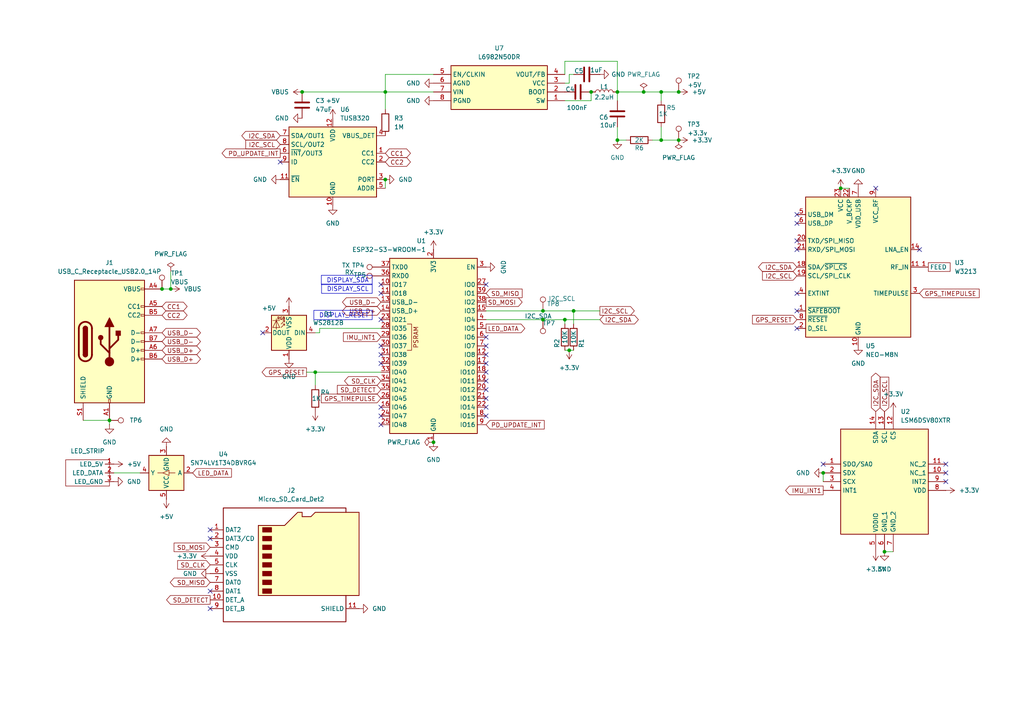
<source format=kicad_sch>
(kicad_sch (version 20250114) (generator "eeschema") (generator_version "9.0")
  (paper "A4")
  (title_block (date "2026-03-07") (rev "r1"))
  (lib_symbols
    (symbol "Connector:Micro_SD_Card_Det2"
      (property "Reference" "J" (at -16.51 17.78 0))
      (property "Value" "Micro_SD_Card_Det2" (at 16.51 17.78 0))
      (symbol "Micro_SD_Card_Det2_0_1"
        (polyline (pts (xy -8.89 -8.89) (xy -8.89 11.43) (xy -1.27 11.43) (xy 2.54 15.24) (xy 3.81 15.24) (xy 3.81 13.97) (xy 6.35 13.97) (xy 7.62 15.24) (xy 20.32 15.24) (xy 20.32 -8.89) (xy -8.89 -8.89)) (stroke (width 0.254)) (fill (type background)))
        (rectangle (start -7.62 10.795) (end -5.08 9.525) (stroke (width 0.254)) (fill (type outline)))
        (rectangle (start -7.62 8.255) (end -5.08 6.985) (stroke (width 0.254)) (fill (type outline)))
        (rectangle (start -7.62 5.715) (end -5.08 4.445) (stroke (width 0.254)) (fill (type outline)))
        (rectangle (start -7.62 3.175) (end -5.08 1.905) (stroke (width 0.254)) (fill (type outline)))
        (rectangle (start -7.62 0.635) (end -5.08 -0.635) (stroke (width 0.254)) (fill (type outline)))
        (rectangle (start -7.62 -1.905) (end -5.08 -3.175) (stroke (width 0.254)) (fill (type outline)))
        (rectangle (start -7.62 -4.445) (end -5.08 -5.715) (stroke (width 0.254)) (fill (type outline)))
        (rectangle (start -7.62 -6.985) (end -5.08 -8.255) (stroke (width 0.254)) (fill (type outline)))
        (polyline (pts (xy 16.51 15.24) (xy 16.51 16.51) (xy -19.05 16.51) (xy -19.05 -16.51) (xy 16.51 -16.51) (xy 16.51 -8.89)) (stroke (width 0.254)))
      )
      (symbol "Micro_SD_Card_Det2_1_1"
        (pin bidirectional line (at -22.86 10.16 0) (length 3.81) (name "DAT2") (number "1"))
        (pin bidirectional line (at -22.86 7.62 0) (length 3.81) (name "DAT3/CD") (number "2"))
        (pin input line (at -22.86 5.08 0) (length 3.81) (name "CMD") (number "3"))
        (pin power_in line (at -22.86 2.54 0) (length 3.81) (name "VDD") (number "4"))
        (pin input line (at -22.86 0 0) (length 3.81) (name "CLK") (number "5"))
        (pin power_in line (at -22.86 -2.54 0) (length 3.81) (name "VSS") (number "6"))
        (pin bidirectional line (at -22.86 -5.08 0) (length 3.81) (name "DAT0") (number "7"))
        (pin bidirectional line (at -22.86 -7.62 0) (length 3.81) (name "DAT1") (number "8"))
        (pin passive line (at -22.86 -10.16 0) (length 3.81) (name "DET_A") (number "10"))
        (pin passive line (at -22.86 -12.7 0) (length 3.81) (name "DET_B") (number "9"))
        (pin passive line (at 20.32 -12.7 180) (length 3.81) (name "SHIELD") (number "11"))
      )
    )
    (symbol "Connector:TestPoint" (pin_numbers (hide yes)) (pin_names (offset 0.762) (hide yes))
      (property "Reference" "TP" (at 0 6.858 0))
      (property "Value" "TestPoint" (at 0 5.08 0))
      (symbol "TestPoint_0_1"
        (circle (center 0 3.302) (radius 0.762))
      )
      (symbol "TestPoint_1_1"
        (pin passive line (at 0 0 90) (length 2.54) (name "1") (number "1"))
      )
    )
    (symbol "Connector:USB_C_Receptacle_USB2.0_14P" (pin_names (offset 1.016))
      (property "Reference" "J" (at 0 22.225 0))
      (property "Value" "USB_C_Receptacle_USB2.0_14P" (at 0 19.685 0))
      (symbol "USB_C_Receptacle_USB2.0_14P_0_0"
        (rectangle (start -0.254 -17.78) (end 0.254 -16.764))
        (rectangle (start 10.16 15.494) (end 9.144 14.986))
        (rectangle (start 10.16 10.414) (end 9.144 9.906))
        (rectangle (start 10.16 7.874) (end 9.144 7.366))
        (rectangle (start 10.16 2.794) (end 9.144 2.286))
        (rectangle (start 10.16 0.254) (end 9.144 -0.254))
        (rectangle (start 10.16 -2.286) (end 9.144 -2.794))
        (rectangle (start 10.16 -4.826) (end 9.144 -5.334))
      )
      (symbol "USB_C_Receptacle_USB2.0_14P_0_1"
        (rectangle (start -10.16 17.78) (end 10.16 -17.78) (stroke (width 0.254)) (fill (type background)))
        (polyline (pts (xy -8.89 -3.81) (xy -8.89 3.81)) (stroke (width 0.508)))
        (rectangle (start -7.62 -3.81) (end -6.35 3.81) (stroke (width 0.254)) (fill (type outline)))
        (arc (start -7.62 3.81) (mid -6.985 4.4423) (end -6.35 3.81) (stroke (width 0.254)))
        (arc (start -7.62 3.81) (mid -6.985 4.4423) (end -6.35 3.81) (stroke (width 0.254)) (fill (type outline)))
        (arc (start -8.89 3.81) (mid -6.985 5.7067) (end -5.08 3.81) (stroke (width 0.508)))
        (arc (start -5.08 -3.81) (mid -6.985 -5.7067) (end -8.89 -3.81) (stroke (width 0.508)))
        (arc (start -6.35 -3.81) (mid -6.985 -4.4423) (end -7.62 -3.81) (stroke (width 0.254)))
        (arc (start -6.35 -3.81) (mid -6.985 -4.4423) (end -7.62 -3.81) (stroke (width 0.254)) (fill (type outline)))
        (polyline (pts (xy -5.08 3.81) (xy -5.08 -3.81)) (stroke (width 0.508)))
        (circle (center -2.54 1.143) (radius 0.635) (stroke (width 0.254)) (fill (type outline)))
        (polyline (pts (xy -1.27 4.318) (xy 0 6.858) (xy 1.27 4.318) (xy -1.27 4.318)) (stroke (width 0.254)) (fill (type outline)))
        (polyline (pts (xy 0 -2.032) (xy 2.54 0.508) (xy 2.54 1.778)) (stroke (width 0.508)))
        (polyline (pts (xy 0 -3.302) (xy -2.54 -0.762) (xy -2.54 0.508)) (stroke (width 0.508)))
        (polyline (pts (xy 0 -5.842) (xy 0 4.318)) (stroke (width 0.508)))
        (circle (center 0 -5.842) (radius 1.27) (fill (type outline)))
        (rectangle (start 1.905 1.778) (end 3.175 3.048) (stroke (width 0.254)) (fill (type outline)))
      )
      (symbol "USB_C_Receptacle_USB2.0_14P_1_1"
        (pin passive line (at -7.62 -22.86 90) (length 5.08) (name "SHIELD") (number "S1"))
        (pin passive line (at 0 -22.86 90) (length 5.08) (name "GND") (number "A1"))
        (pin passive line (at 0 -22.86 90) (length 5.08) (hide yes) (name "GND") (number "A12"))
        (pin passive line (at 0 -22.86 90) (length 5.08) (hide yes) (name "GND") (number "B1"))
        (pin passive line (at 0 -22.86 90) (length 5.08) (hide yes) (name "GND") (number "B12"))
        (pin passive line (at 15.24 15.24 180) (length 5.08) (name "VBUS") (number "A4"))
        (pin passive line (at 15.24 15.24 180) (length 5.08) (hide yes) (name "VBUS") (number "A9"))
        (pin passive line (at 15.24 15.24 180) (length 5.08) (hide yes) (name "VBUS") (number "B4"))
        (pin passive line (at 15.24 15.24 180) (length 5.08) (hide yes) (name "VBUS") (number "B9"))
        (pin bidirectional line (at 15.24 10.16 180) (length 5.08) (name "CC1") (number "A5"))
        (pin bidirectional line (at 15.24 7.62 180) (length 5.08) (name "CC2") (number "B5"))
        (pin bidirectional line (at 15.24 2.54 180) (length 5.08) (name "D-") (number "A7"))
        (pin bidirectional line (at 15.24 0 180) (length 5.08) (name "D-") (number "B7"))
        (pin bidirectional line (at 15.24 -2.54 180) (length 5.08) (name "D+") (number "A6"))
        (pin bidirectional line (at 15.24 -5.08 180) (length 5.08) (name "D+") (number "B6"))
      )
    )
    (symbol "Device:C" (pin_numbers (hide yes)) (pin_names (offset 0.254))
      (property "Reference" "C" (at 0.635 2.54 0))
      (property "Value" "C" (at 0.635 -2.54 0))
      (symbol "C_0_1"
        (polyline (pts (xy -2.032 0.762) (xy 2.032 0.762)) (stroke (width 0.508)))
        (polyline (pts (xy -2.032 -0.762) (xy 2.032 -0.762)) (stroke (width 0.508)))
      )
      (symbol "C_1_1"
        (pin passive line (at 0 3.81 270) (length 2.794) (name "~") (number "1"))
        (pin passive line (at 0 -3.81 90) (length 2.794) (name "~") (number "2"))
      )
    )
    (symbol "Device:L" (pin_numbers (hide yes)) (pin_names (offset 1.016) (hide yes))
      (property "Reference" "L" (at -1.27 0 90))
      (property "Value" "L" (at 1.905 0 90))
      (symbol "L_0_1"
        (arc (start 0 2.54) (mid 0.6323 1.905) (end 0 1.27))
        (arc (start 0 1.27) (mid 0.6323 0.635) (end 0 0))
        (arc (start 0 0) (mid 0.6323 -0.635) (end 0 -1.27))
        (arc (start 0 -1.27) (mid 0.6323 -1.905) (end 0 -2.54))
      )
      (symbol "L_1_1"
        (pin passive line (at 0 3.81 270) (length 1.27) (name "1") (number "1"))
        (pin passive line (at 0 -3.81 90) (length 1.27) (name "2") (number "2"))
      )
    )
    (symbol "Device:R" (pin_numbers (hide yes)) (pin_names (offset 0))
      (property "Reference" "R" (at 2.032 0 90))
      (property "Value" "R" (at 0 0 90))
      (symbol "R_0_1"
        (rectangle (start -1.016 -2.54) (end 1.016 2.54) (stroke (width 0.254)))
      )
      (symbol "R_1_1"
        (pin passive line (at 0 3.81 270) (length 1.27) (name "~") (number "1"))
        (pin passive line (at 0 -3.81 90) (length 1.27) (name "~") (number "2"))
      )
    )
    (symbol "Interface_USB:TUSB320"
      (property "Reference" "U" (at -11.43 11.43 0))
      (property "Value" "TUSB320" (at 7.62 11.43 0))
      (symbol "TUSB320_0_1"
        (rectangle (start -12.7 10.16) (end 12.7 -10.16) (stroke (width 0.254)) (fill (type background)))
      )
      (symbol "TUSB320_1_1"
        (pin bidirectional line (at -15.24 7.62 0) (length 2.54) (name "SDA/OUT1") (number "7"))
        (pin bidirectional line (at -15.24 5.08 0) (length 2.54) (name "SCL/OUT2") (number "8"))
        (pin open_collector line (at -15.24 2.54 0) (length 2.54) (name "~{INT}/OUT3") (number "6"))
        (pin open_collector line (at -15.24 0 0) (length 2.54) (name "ID") (number "9"))
        (pin input line (at -15.24 -5.08 0) (length 2.54) (name "~{EN}") (number "11"))
        (pin power_in line (at 0 12.7 270) (length 2.54) (name "VDD") (number "12"))
        (pin power_in line (at 0 -12.7 90) (length 2.54) (name "GND") (number "10"))
        (pin input line (at 15.24 7.62 180) (length 2.54) (name "VBUS_DET") (number "4"))
        (pin bidirectional line (at 15.24 2.54 180) (length 2.54) (name "CC1") (number "1"))
        (pin bidirectional line (at 15.24 0 180) (length 2.54) (name "CC2") (number "2"))
        (pin input line (at 15.24 -5.08 180) (length 2.54) (name "PORT") (number "3"))
        (pin input line (at 15.24 -7.62 180) (length 2.54) (name "ADDR") (number "5"))
      )
    )
    (symbol "L6982N50DR:L6982N50DR"
      (property "Reference" "IC" (at 34.29 7.62 0))
      (property "Value" "L6982N50DR" (at 34.29 5.08 0))
      (symbol "L6982N50DR_1_1"
        (rectangle (start 5.08 2.54) (end 33.02 -10.16) (stroke (width 0.254)) (fill (type background)))
        (pin passive line (at 0 0 0) (length 5.08) (name "SW") (number "1"))
        (pin passive line (at 0 -2.54 0) (length 5.08) (name "BOOT") (number "2"))
        (pin passive line (at 0 -5.08 0) (length 5.08) (name "VCC") (number "3"))
        (pin passive line (at 0 -7.62 0) (length 5.08) (name "VOUT/FB") (number "4"))
        (pin passive line (at 38.1 0 180) (length 5.08) (name "PGND") (number "8"))
        (pin passive line (at 38.1 -2.54 180) (length 5.08) (name "VIN") (number "7"))
        (pin passive line (at 38.1 -5.08 180) (length 5.08) (name "AGND") (number "6"))
        (pin passive line (at 38.1 -7.62 180) (length 5.08) (name "EN/CLKIN") (number "5"))
      )
    )
    (symbol "LED:WS2812B" (pin_names (offset 0.254))
      (property "Reference" "D" (at 5.08 5.715 0))
      (property "Value" "WS2812B" (at 1.27 -5.715 0))
      (symbol "WS2812B_0_0"
        (text "RGB" (at 2.286 -4.191 0) (effects (font (size 0.762 0.762))))
      )
      (symbol "WS2812B_0_1"
        (polyline (pts (xy 1.27 -2.54) (xy 1.778 -2.54)))
        (polyline (pts (xy 1.27 -3.556) (xy 1.778 -3.556)))
        (polyline (pts (xy 2.286 -1.524) (xy 1.27 -2.54) (xy 1.27 -2.032)))
        (polyline (pts (xy 2.286 -2.54) (xy 1.27 -3.556) (xy 1.27 -3.048)))
        (polyline (pts (xy 3.683 -1.016) (xy 3.683 -3.556) (xy 3.683 -4.064)))
        (polyline (pts (xy 4.699 -1.524) (xy 2.667 -1.524) (xy 3.683 -3.556) (xy 4.699 -1.524)))
        (polyline (pts (xy 4.699 -3.556) (xy 2.667 -3.556)))
        (rectangle (start 5.08 5.08) (end -5.08 -5.08) (stroke (width 0.254)) (fill (type background)))
      )
      (symbol "WS2812B_1_1"
        (pin input line (at -7.62 0 0) (length 2.54) (name "DIN") (number "4"))
        (pin power_in line (at 0 7.62 270) (length 2.54) (name "VDD") (number "1"))
        (pin power_in line (at 0 -7.62 90) (length 2.54) (name "VSS") (number "3"))
        (pin output line (at 7.62 0 180) (length 2.54) (name "DOUT") (number "2"))
      )
    )
    (symbol "LSM6DSV80XTR:LSM6DSV80XTR"
      (property "Reference" "IC" (at 31.75 15.24 0))
      (property "Value" "LSM6DSV80XTR" (at 31.75 12.7 0))
      (symbol "LSM6DSV80XTR_1_1"
        (rectangle (start 5.08 10.16) (end 30.48 -20.32) (stroke (width 0.254)) (fill (type background)))
        (pin passive line (at 0 0 0) (length 5.08) (name "SDO/SA0") (number "1"))
        (pin passive line (at 0 -2.54 0) (length 5.08) (name "SDX") (number "2"))
        (pin passive line (at 0 -5.08 0) (length 5.08) (name "SCX") (number "3"))
        (pin passive line (at 0 -7.62 0) (length 5.08) (name "INT1") (number "4"))
        (pin passive line (at 15.24 15.24 270) (length 5.08) (name "SDA") (number "14"))
        (pin passive line (at 15.24 -25.4 90) (length 5.08) (name "VDDIO") (number "5"))
        (pin passive line (at 17.78 15.24 270) (length 5.08) (name "SCL") (number "13"))
        (pin passive line (at 17.78 -25.4 90) (length 5.08) (name "GND_1") (number "6"))
        (pin passive line (at 20.32 15.24 270) (length 5.08) (name "CS") (number "12"))
        (pin passive line (at 20.32 -25.4 90) (length 5.08) (name "GND_2") (number "7"))
        (pin passive line (at 35.56 0 180) (length 5.08) (name "NC_2") (number "11"))
        (pin passive line (at 35.56 -2.54 180) (length 5.08) (name "NC_1") (number "10"))
        (pin passive line (at 35.56 -5.08 180) (length 5.08) (name "INT2") (number "9"))
        (pin passive line (at 35.56 -7.62 180) (length 5.08) (name "VDD") (number "8"))
      )
    )
    (symbol "Logic_LevelTranslator:SN74LV1T34DBV"
      (property "Reference" "U" (at 5.08 6.35 0))
      (property "Value" "SN74LV1T34DBV" (at 5.08 3.81 0))
      (symbol "SN74LV1T34DBV_0_1"
        (rectangle (start -5.08 5.08) (end 5.08 -5.08) (stroke (width 0.254)) (fill (type background)))
        (polyline (pts (xy -0.762 0) (xy -2.54 0)))
        (polyline (pts (xy 1.016 0) (xy 2.54 0)))
      )
      (symbol "SN74LV1T34DBV_1_1"
        (polyline (pts (xy -0.762 -0.762) (xy -0.762 0.762) (xy 1.016 0) (xy -0.762 -0.762)))
        (pin input line (at -7.62 0 0) (length 2.54) (name "A") (number "2"))
        (pin no_connect line (at -5.08 2.54 0) (length 2.54) (hide yes) (name "NC") (number "1"))
        (pin power_in line (at 0 7.62 270) (length 2.54) (name "VCC") (number "5"))
        (pin power_in line (at 0 -7.62 90) (length 2.54) (name "GND") (number "3"))
        (pin output line (at 7.62 0 180) (length 2.54) (name "Y") (number "4"))
      )
    )
    (symbol "RF_GPS:NEO-M8N"
      (property "Reference" "U" (at -13.97 21.59 0))
      (property "Value" "NEO-M8N" (at 11.43 21.59 0))
      (symbol "NEO-M8N_0_1"
        (rectangle (start -15.24 20.32) (end 15.24 -20.32) (stroke (width 0.254)) (fill (type background)))
      )
      (symbol "NEO-M8N_1_1"
        (pin bidirectional line (at -17.78 15.24 0) (length 2.54) (name "USB_DM") (number "5"))
        (pin bidirectional line (at -17.78 12.7 0) (length 2.54) (name "USB_DP") (number "6"))
        (pin output line (at -17.78 7.62 0) (length 2.54) (name "TXD/SPI_MISO") (number "20"))
        (pin input line (at -17.78 5.08 0) (length 2.54) (name "RXD/SPI_MOSI") (number "21"))
        (pin bidirectional line (at -17.78 0 0) (length 2.54) (name "SDA/~{SPI_CS}") (number "18"))
        (pin input line (at -17.78 -2.54 0) (length 2.54) (name "SCL/SPI_CLK") (number "19"))
        (pin input line (at -17.78 -7.62 0) (length 2.54) (name "EXTINT") (number "4"))
        (pin input line (at -17.78 -12.7 0) (length 2.54) (name "~{SAFEBOOT}") (number "1"))
        (pin input line (at -17.78 -15.24 0) (length 2.54) (name "~{RESET}") (number "8"))
        (pin input line (at -17.78 -17.78 0) (length 2.54) (name "D_SEL") (number "2"))
        (pin power_in line (at -5.08 22.86 270) (length 2.54) (name "VCC") (number "23"))
        (pin power_in line (at -2.54 22.86 270) (length 2.54) (name "V_BCKP") (number "22"))
        (pin power_in line (at 0 22.86 270) (length 2.54) (name "VDD_USB") (number "7"))
        (pin power_in line (at 0 -22.86 90) (length 2.54) (name "GND") (number "10"))
        (pin passive line (at 0 -22.86 90) (length 2.54) (hide yes) (name "GND") (number "12"))
        (pin passive line (at 0 -22.86 90) (length 2.54) (hide yes) (name "GND") (number "13"))
        (pin passive line (at 0 -22.86 90) (length 2.54) (hide yes) (name "GND") (number "24"))
        (pin power_out line (at 5.08 22.86 270) (length 2.54) (name "VCC_RF") (number "9"))
        (pin no_connect line (at 15.24 -10.16 180) (length 2.54) (hide yes) (name "RESERVED") (number "15"))
        (pin no_connect line (at 15.24 -12.7 180) (length 2.54) (hide yes) (name "RESERVED") (number "16"))
        (pin no_connect line (at 15.24 -15.24 180) (length 2.54) (hide yes) (name "RESERVED") (number "17"))
        (pin output line (at 17.78 5.08 180) (length 2.54) (name "LNA_EN") (number "14"))
        (pin input line (at 17.78 0 180) (length 2.54) (name "RF_IN") (number "11"))
        (pin output line (at 17.78 -7.62 180) (length 2.54) (name "TIMEPULSE") (number "3"))
      )
    )
    (symbol "RF_Module:ESP32-S3-WROOM-1"
      (property "Reference" "U" (at -12.7 26.67 0))
      (property "Value" "ESP32-S3-WROOM-1" (at 12.7 26.67 0))
      (symbol "ESP32-S3-WROOM-1_0_0"
        (rectangle (start -12.7 25.4) (end 12.7 -25.4) (stroke (width 0.254)) (fill (type background)))
        (text "PSRAM" (at 5.08 2.54 900) (effects (font (size 1.27 1.27))))
      )
      (symbol "ESP32-S3-WROOM-1_0_1"
        (polyline (pts (xy 7.62 -1.27) (xy 6.35 -1.27) (xy 6.35 6.35) (xy 7.62 6.35)))
      )
      (symbol "ESP32-S3-WROOM-1_1_1"
        (pin input line (at -15.24 22.86 0) (length 2.54) (name "EN") (number "3"))
        (pin bidirectional line (at -15.24 17.78 0) (length 2.54) (name "IO0") (number "27"))
        (pin bidirectional line (at -15.24 15.24 0) (length 2.54) (name "IO1") (number "39"))
        (pin bidirectional line (at -15.24 12.7 0) (length 2.54) (name "IO2") (number "38"))
        (pin bidirectional line (at -15.24 10.16 0) (length 2.54) (name "IO3") (number "15"))
        (pin bidirectional line (at -15.24 7.62 0) (length 2.54) (name "IO4") (number "4"))
        (pin bidirectional line (at -15.24 5.08 0) (length 2.54) (name "IO5") (number "5"))
        (pin bidirectional line (at -15.24 2.54 0) (length 2.54) (name "IO6") (number "6"))
        (pin bidirectional line (at -15.24 0 0) (length 2.54) (name "IO7") (number "7"))
        (pin bidirectional line (at -15.24 -2.54 0) (length 2.54) (name "IO8") (number "12"))
        (pin bidirectional line (at -15.24 -5.08 0) (length 2.54) (name "IO9") (number "17"))
        (pin bidirectional line (at -15.24 -7.62 0) (length 2.54) (name "IO10") (number "18"))
        (pin bidirectional line (at -15.24 -10.16 0) (length 2.54) (name "IO11") (number "19"))
        (pin bidirectional line (at -15.24 -12.7 0) (length 2.54) (name "IO12") (number "20"))
        (pin bidirectional line (at -15.24 -15.24 0) (length 2.54) (name "IO13") (number "21"))
        (pin bidirectional line (at -15.24 -17.78 0) (length 2.54) (name "IO14") (number "22"))
        (pin bidirectional line (at -15.24 -20.32 0) (length 2.54) (name "IO15") (number "8"))
        (pin bidirectional line (at -15.24 -22.86 0) (length 2.54) (name "IO16") (number "9"))
        (pin power_in line (at 0 27.94 270) (length 2.54) (name "3V3") (number "2"))
        (pin power_in line (at 0 -27.94 90) (length 2.54) (name "GND") (number "1"))
        (pin passive line (at 0 -27.94 90) (length 2.54) (hide yes) (name "GND") (number "40"))
        (pin passive line (at 0 -27.94 90) (length 2.54) (hide yes) (name "GND") (number "41"))
        (pin bidirectional line (at 15.24 22.86 180) (length 2.54) (name "TXD0") (number "37"))
        (pin bidirectional line (at 15.24 20.32 180) (length 2.54) (name "RXD0") (number "36"))
        (pin bidirectional line (at 15.24 17.78 180) (length 2.54) (name "IO17") (number "10"))
        (pin bidirectional line (at 15.24 15.24 180) (length 2.54) (name "IO18") (number "11"))
        (pin bidirectional line (at 15.24 12.7 180) (length 2.54) (name "USB_D-") (number "13"))
        (pin bidirectional line (at 15.24 10.16 180) (length 2.54) (name "USB_D+") (number "14"))
        (pin bidirectional line (at 15.24 7.62 180) (length 2.54) (name "IO21") (number "23"))
        (pin bidirectional line (at 15.24 5.08 180) (length 2.54) (name "IO35") (number "28"))
        (pin bidirectional line (at 15.24 2.54 180) (length 2.54) (name "IO36") (number "29"))
        (pin bidirectional line (at 15.24 0 180) (length 2.54) (name "IO37") (number "30"))
        (pin bidirectional line (at 15.24 -2.54 180) (length 2.54) (name "IO38") (number "31"))
        (pin bidirectional line (at 15.24 -5.08 180) (length 2.54) (name "IO39") (number "32"))
        (pin bidirectional line (at 15.24 -7.62 180) (length 2.54) (name "IO40") (number "33"))
        (pin bidirectional line (at 15.24 -10.16 180) (length 2.54) (name "IO41") (number "34"))
        (pin bidirectional line (at 15.24 -12.7 180) (length 2.54) (name "IO42") (number "35"))
        (pin bidirectional line (at 15.24 -15.24 180) (length 2.54) (name "IO45") (number "26"))
        (pin bidirectional line (at 15.24 -17.78 180) (length 2.54) (name "IO46") (number "16"))
        (pin bidirectional line (at 15.24 -20.32 180) (length 2.54) (name "IO47") (number "24"))
        (pin bidirectional line (at 15.24 -22.86 180) (length 2.54) (name "IO48") (number "25"))
      )
    )
    (symbol "chips:LED_STRIP"
      (symbol "LED_STRIP_0_1"
        (rectangle (start -1.27 -1.27) (end -13.97 -8.89))
      )
      (symbol "LED_STRIP_1_1"
        (pin power_in line (at 0 -2.54 180) (length 2.54) (name "LED_5V") (number "1"))
        (pin input line (at 0 -5.08 180) (length 2.54) (name "LED_DATA") (number "2"))
        (pin passive line (at 0 -7.62 180) (length 2.54) (name "LED_GND") (number "3"))
      )
    )
    (symbol "chips:W3213"
      (property "Reference" "U" (at 3.048 0.762 0))
      (symbol "W3213_0_1"
        (rectangle (start 0 0) (end 6.35 -2.54))
      )
      (symbol "W3213_1_1"
        (pin bidirectional line (at -2.54 -1.27 0) (length 2.54) (name "FEED") (number "1"))
      )
    )
    (symbol "power:+3.3V" (power) (pin_numbers (hide yes)) (pin_names (offset 0) (hide yes))
      (property "Value" "+3.3V" (at 0 3.556 0))
      (symbol "+3.3V_0_1"
        (polyline (pts (xy -0.762 1.27) (xy 0 2.54)))
        (polyline (pts (xy 0 2.54) (xy 0.762 1.27)))
        (polyline (pts (xy 0 0) (xy 0 2.54)))
      )
      (symbol "+3.3V_1_1"
        (pin power_in line (at 0 0 90) (length 0) (name "~") (number "1"))
      )
    )
    (symbol "power:+5V" (power) (pin_numbers (hide yes)) (pin_names (offset 0) (hide yes))
      (property "Value" "+5V" (at 0 3.556 0))
      (symbol "+5V_0_1"
        (polyline (pts (xy -0.762 1.27) (xy 0 2.54)))
        (polyline (pts (xy 0 2.54) (xy 0.762 1.27)))
        (polyline (pts (xy 0 0) (xy 0 2.54)))
      )
      (symbol "+5V_1_1"
        (pin power_in line (at 0 0 90) (length 0) (name "~") (number "1"))
      )
    )
    (symbol "power:GND" (power) (pin_numbers (hide yes)) (pin_names (offset 0) (hide yes))
      (property "Value" "GND" (at 0 -3.81 0))
      (symbol "GND_0_1"
        (polyline (pts (xy 0 0) (xy 0 -1.27) (xy 1.27 -1.27) (xy 0 -2.54) (xy -1.27 -1.27) (xy 0 -1.27)))
      )
      (symbol "GND_1_1"
        (pin power_in line (at 0 0 270) (length 0) (name "~") (number "1"))
      )
    )
    (symbol "power:PWR_FLAG" (power) (pin_numbers (hide yes)) (pin_names (offset 0) (hide yes))
      (property "Value" "PWR_FLAG" (at 0 3.81 0))
      (symbol "PWR_FLAG_0_0"
        (pin power_out line (at 0 0 90) (length 0) (name "~") (number "1"))
      )
      (symbol "PWR_FLAG_0_1"
        (polyline (pts (xy 0 0) (xy 0 1.27) (xy -1.016 1.905) (xy 0 2.54) (xy 1.016 1.905) (xy 0 1.27)))
      )
    )
    (symbol "power:VBUS" (power) (pin_numbers (hide yes)) (pin_names (offset 0) (hide yes))
      (property "Value" "VBUS" (at 0 3.556 0))
      (symbol "VBUS_0_1"
        (polyline (pts (xy -0.762 1.27) (xy 0 2.54)))
        (polyline (pts (xy 0 2.54) (xy 0.762 1.27)))
        (polyline (pts (xy 0 0) (xy 0 2.54)))
      )
      (symbol "VBUS_1_1"
        (pin power_in line (at 0 0 90) (length 0) (name "~") (number "1"))
      )
    )
  )
  (text_box "DISPLAY_RESET" (at 91.026 90.0105 0) (size 16.924 2.6995) (margins 0.9525 0.9525 0.9525 0.9525) (effects (font (size 1.27 1.27)) (justify right)))
  (text_box "DISPLAY_SDA" (at 93.203 79.8505 0) (size 14.747 2.6995) (margins 0.9525 0.9525 0.9525 0.9525) (effects (font (size 1.27 1.27)) (justify right)))
  (text_box "DISPLAY_SCL" (at 93.2635 82.3905 0) (size 14.6865 2.6995) (margins 0.9525 0.9525 0.9525 0.9525) (effects (font (size 1.27 1.27)) (justify right)))
  (junction (at 256.54 160.02))
  (junction (at 191.77 26.67))
  (junction (at 166.37 90.17))
  (junction (at 179.07 40.64))
  (junction (at 171.45 26.67))
  (junction (at 163.83 92.71))
  (junction (at 157.48 92.71))
  (junction (at 191.77 40.64))
  (junction (at 196.85 26.67))
  (junction (at 165.1 101.6))
  (junction (at 111.76 26.67))
  (junction (at 243.84 54.61))
  (junction (at 91.44 107.95))
  (junction (at 238.76 137.16))
  (junction (at 125.73 128.27))
  (junction (at 179.07 26.67))
  (junction (at 186.69 26.67))
  (junction (at 111.76 52.07))
  (junction (at 87.63 26.67))
  (junction (at 31.75 121.92))
  (junction (at 196.85 40.64))
  (junction (at 49.53 83.82))
  (junction (at 46.99 83.82))
  (junction (at 157.48 90.17))
  (no_connect (at 140.97 113.03))
  (no_connect (at 140.97 115.57))
  (no_connect (at 140.97 102.87))
  (no_connect (at 254 54.61))
  (no_connect (at 231.14 90.17))
  (no_connect (at 140.97 118.11))
  (no_connect (at 231.14 95.25))
  (no_connect (at 110.49 92.71))
  (no_connect (at 110.49 105.41))
  (no_connect (at 110.49 100.33))
  (no_connect (at 231.14 69.85))
  (no_connect (at 231.14 72.39))
  (no_connect (at 231.14 85.09))
  (no_connect (at 266.7 72.39))
  (no_connect (at 81.28 46.99))
  (no_connect (at 110.49 123.19))
  (no_connect (at 274.32 134.62))
  (no_connect (at 76.2 96.52))
  (no_connect (at 140.97 97.79))
  (no_connect (at 140.97 120.65))
  (no_connect (at 60.96 153.67))
  (no_connect (at 60.96 156.21))
  (no_connect (at 140.97 100.33))
  (no_connect (at 60.96 171.45))
  (no_connect (at 140.97 82.55))
  (no_connect (at 238.76 134.62))
  (no_connect (at 231.14 62.23))
  (no_connect (at 274.32 137.16))
  (no_connect (at 274.32 139.7))
  (no_connect (at 231.14 64.77))
  (no_connect (at 140.97 105.41))
  (no_connect (at 110.49 102.87))
  (no_connect (at 110.49 118.11))
  (no_connect (at 110.49 82.55))
  (no_connect (at 110.49 85.09))
  (no_connect (at 140.97 110.49))
  (no_connect (at 60.96 176.53))
  (no_connect (at 110.49 120.65))
  (no_connect (at 140.97 107.95))
  (wire (pts (xy 166.37 101.6) (xy 165.1 101.6)))
  (wire (pts (xy 166.37 93.98) (xy 166.37 90.17)))
  (wire (pts (xy 163.83 29.21) (xy 171.45 29.21)))
  (wire (pts (xy 87.63 26.67) (xy 111.76 26.67)))
  (wire (pts (xy 163.83 93.98) (xy 163.83 92.71)))
  (wire (pts (xy 140.97 90.17) (xy 157.48 90.17)))
  (wire (pts (xy 165.1 21.59) (xy 166.37 21.59)))
  (wire (pts (xy 256.54 160.02) (xy 259.08 160.02)))
  (wire (pts (xy 243.84 54.61) (xy 246.38 54.61)))
  (wire (pts (xy 165.1 101.6) (xy 163.83 101.6)))
  (wire (pts (xy 125.73 21.59) (xy 111.76 21.59)))
  (wire (pts (xy 92.71 95.25) (xy 110.49 95.25)))
  (wire (pts (xy 111.76 52.07) (xy 111.76 54.61)))
  (wire (pts (xy 191.77 26.67) (xy 186.69 26.67)))
  (wire (pts (xy 173.99 92.71) (xy 163.83 92.71)))
  (wire (pts (xy 163.83 24.13) (xy 165.1 24.13)))
  (wire (pts (xy 163.83 17.78) (xy 179.07 17.78)))
  (wire (pts (xy 91.44 107.95) (xy 110.49 107.95)))
  (wire (pts (xy 111.76 26.67) (xy 125.73 26.67)))
  (wire (pts (xy 24.13 121.92) (xy 31.75 121.92)))
  (wire (pts (xy 191.77 40.64) (xy 196.85 40.64)))
  (wire (pts (xy 92.71 95.25) (xy 92.71 96.52)))
  (wire (pts (xy 163.83 17.78) (xy 163.83 21.59)))
  (wire (pts (xy 196.85 26.67) (xy 191.77 26.67)))
  (wire (pts (xy 49.53 83.82) (xy 46.99 83.82)))
  (wire (pts (xy 179.07 40.64) (xy 179.07 36.83)))
  (wire (pts (xy 49.53 78.74) (xy 49.53 83.82)))
  (wire (pts (xy 238.76 137.16) (xy 238.76 139.7)))
  (wire (pts (xy 166.37 90.17) (xy 157.48 90.17)))
  (wire (pts (xy 140.97 92.71) (xy 157.48 92.71)))
  (wire (pts (xy 31.75 121.92) (xy 31.75 123.19)))
  (wire (pts (xy 191.77 29.21) (xy 191.77 26.67)))
  (wire (pts (xy 111.76 21.59) (xy 111.76 26.67)))
  (wire (pts (xy 173.99 90.17) (xy 166.37 90.17)))
  (wire (pts (xy 165.1 24.13) (xy 165.1 21.59)))
  (wire (pts (xy 171.45 29.21) (xy 171.45 26.67)))
  (wire (pts (xy 189.23 40.64) (xy 191.77 40.64)))
  (wire (pts (xy 179.07 26.67) (xy 186.69 26.67)))
  (wire (pts (xy 91.44 107.95) (xy 91.44 111.76)))
  (wire (pts (xy 111.76 26.67) (xy 111.76 31.75)))
  (wire (pts (xy 179.07 29.21) (xy 179.07 26.67)))
  (wire (pts (xy 163.83 92.71) (xy 157.48 92.71)))
  (wire (pts (xy 179.07 17.78) (xy 179.07 26.67)))
  (wire (pts (xy 92.71 96.52) (xy 91.44 96.52)))
  (wire (pts (xy 191.77 36.83) (xy 191.77 40.64)))
  (wire (pts (xy 181.61 40.64) (xy 179.07 40.64)))
  (wire (pts (xy 88.9 107.95) (xy 91.44 107.95)))
  (wire (pts (xy 33.02 137.16) (xy 40.64 137.16)))
  (global_label "CC1" (shape bidirectional) (at 111.76 44.45 0) (property "Intersheetrefs" "${INTERSHEET_REFS}" (effects (hide yes))))
  (global_label "USB_D+" (shape bidirectional) (at 46.99 101.6 0) (property "Intersheetrefs" "${INTERSHEET_REFS}" (effects (hide yes))))
  (global_label "IMU_INT1" (shape output) (at 238.76 142.24 180) (property "Intersheetrefs" "${INTERSHEET_REFS}" (effects (hide yes))))
  (global_label "SD_CLK" (shape input) (at 60.96 163.83 180) (property "Intersheetrefs" "${INTERSHEET_REFS}" (effects (hide yes))))
  (global_label "CC2" (shape bidirectional) (at 46.99 91.44 0) (property "Intersheetrefs" "${INTERSHEET_REFS}" (effects (hide yes))))
  (global_label "USB_D-" (shape bidirectional) (at 110.49 87.63 180) (property "Intersheetrefs" "${INTERSHEET_REFS}" (effects (hide yes))))
  (global_label "SD_CLK" (shape bidirectional) (at 110.49 110.49 180) (property "Intersheetrefs" "${INTERSHEET_REFS}" (effects (hide yes))))
  (global_label "SD_DETECT" (shape output) (at 60.96 173.99 180) (property "Intersheetrefs" "${INTERSHEET_REFS}" (effects (hide yes))))
  (global_label "I2C_SCL" (shape input) (at 256.54 119.38 90) (property "Intersheetrefs" "${INTERSHEET_REFS}" (effects (hide yes))))
  (global_label "SD_MOSI" (shape output) (at 140.97 87.63 0) (property "Intersheetrefs" "${INTERSHEET_REFS}" (effects (hide yes))))
  (global_label "I2C_SDA" (shape bidirectional) (at 231.14 77.47 180) (property "Intersheetrefs" "${INTERSHEET_REFS}" (effects (hide yes))))
  (global_label "IMU_INT1" (shape input) (at 110.49 97.79 180) (property "Intersheetrefs" "${INTERSHEET_REFS}" (effects (hide yes))))
  (global_label "I2C_SCL" (shape input) (at 81.28 41.91 180) (property "Intersheetrefs" "${INTERSHEET_REFS}" (effects (hide yes))))
  (global_label "PD_UPDATE_INT" (shape input) (at 140.97 123.19 0) (property "Intersheetrefs" "${INTERSHEET_REFS}" (effects (hide yes))))
  (global_label "USB_D-" (shape bidirectional) (at 46.99 99.06 0) (property "Intersheetrefs" "${INTERSHEET_REFS}" (effects (hide yes))))
  (global_label "SD_DETECT" (shape input) (at 110.49 113.03 180) (property "Intersheetrefs" "${INTERSHEET_REFS}" (effects (hide yes))))
  (global_label "USB_D+" (shape bidirectional) (at 110.49 90.17 180) (property "Intersheetrefs" "${INTERSHEET_REFS}" (effects (hide yes))))
  (global_label "LED_DATA" (shape output) (at 140.97 95.25 0) (property "Intersheetrefs" "${INTERSHEET_REFS}" (effects (hide yes))))
  (global_label "I2C_SDA" (shape bidirectional) (at 81.28 39.37 180) (property "Intersheetrefs" "${INTERSHEET_REFS}" (effects (hide yes))))
  (global_label "SD_MISO" (shape bidirectional) (at 60.96 168.91 180) (property "Intersheetrefs" "${INTERSHEET_REFS}" (effects (hide yes))))
  (global_label "SD_MOSI" (shape input) (at 60.96 158.75 180) (property "Intersheetrefs" "${INTERSHEET_REFS}" (effects (hide yes))))
  (global_label "CC2" (shape bidirectional) (at 111.76 46.99 0) (property "Intersheetrefs" "${INTERSHEET_REFS}" (effects (hide yes))))
  (global_label "GPS_RESET" (shape output) (at 88.9 107.95 180) (property "Intersheetrefs" "${INTERSHEET_REFS}" (effects (hide yes))))
  (global_label "I2C_SCL" (shape output) (at 173.99 90.17 0) (property "Intersheetrefs" "${INTERSHEET_REFS}" (effects (hide yes))))
  (global_label "I2C_SDA" (shape bidirectional) (at 173.99 92.71 0) (property "Intersheetrefs" "${INTERSHEET_REFS}" (effects (hide yes))))
  (global_label "LED_DATA" (shape input) (at 55.88 137.16 0) (property "Intersheetrefs" "${INTERSHEET_REFS}" (effects (hide yes))))
  (global_label "SD_MISO" (shape input) (at 140.97 85.09 0) (property "Intersheetrefs" "${INTERSHEET_REFS}" (effects (hide yes))))
  (global_label "I2C_SDA" (shape bidirectional) (at 254 119.38 90) (property "Intersheetrefs" "${INTERSHEET_REFS}" (effects (hide yes))))
  (global_label "I2C_SCL" (shape input) (at 231.14 80.01 180) (property "Intersheetrefs" "${INTERSHEET_REFS}" (effects (hide yes))))
  (global_label "PD_UPDATE_INT" (shape output) (at 81.28 44.45 180) (property "Intersheetrefs" "${INTERSHEET_REFS}" (effects (hide yes))))
  (global_label "USB_D-" (shape bidirectional) (at 46.99 96.52 0) (property "Intersheetrefs" "${INTERSHEET_REFS}" (effects (hide yes))))
  (global_label "USB_D+" (shape bidirectional) (at 46.99 104.14 0) (property "Intersheetrefs" "${INTERSHEET_REFS}" (effects (hide yes))))
  (global_label "GPS_TIMEPULSE" (shape input) (at 110.49 115.57 180) (property "Intersheetrefs" "${INTERSHEET_REFS}" (effects (hide yes))))
  (global_label "CC1" (shape bidirectional) (at 46.99 88.9 0) (property "Intersheetrefs" "${INTERSHEET_REFS}" (effects (hide yes))))
  (global_label "GPS_RESET" (shape input) (at 231.14 92.71 180) (property "Intersheetrefs" "${INTERSHEET_REFS}" (effects (hide yes))))
  (global_label "GPS_TIMEPULSE" (shape input) (at 266.7 85.09 0) (property "Intersheetrefs" "${INTERSHEET_REFS}" (effects (hide yes))))
  (symbol (lib_id "Connector:TestPoint") (at 110.49 77.47 90) (unit 1) (in_bom no)
    (property "Reference" "TP4" (at 103.886 76.962 90))
    (property "Value" "TX" (at 100.33 76.962 90))
    (property "Footprint" "TestPoint:TestPoint_Pad_D1.0mm" (effects (hide yes)))
    (property "Description" "test point" (effects (hide yes)))
  )
  (symbol (lib_id "Device:R") (at 185.42 40.64 90) (unit 1)
    (property "Reference" "R6" (at 185.42 42.926 90))
    (property "Value" "2K" (at 185.42 40.64 90))
    (property "Footprint" "Resistor_SMD:R_0603_1608Metric_Pad0.98x0.95mm_HandSolder" (effects (hide yes)))
    (property "Description" "Resistor" (effects (hide yes)))
    (property "Mouser Part Number" "652-CR0603JW-202ELF" (effects (hide yes)))
  )
  (symbol (lib_id "power:+3.3V") (at 60.96 161.29 90) (unit 1)
    (property "Reference" "#PWR017" (effects (hide yes)))
    (property "Value" "+3.3V" (at 57.15 161.2899 90) (effects (justify left)))
    (property "Description" "Power symbol creates a global label with name \"+3.3V\"" (effects (hide yes)))
  )
  (symbol (lib_id "power:GND") (at 81.28 52.07 270) (unit 1)
    (property "Reference" "#PWR019" (effects (hide yes)))
    (property "Value" "GND" (at 77.47 52.0699 90) (effects (justify right)))
    (property "Description" "Power symbol creates a global label with name \"GND\" , ground" (effects (hide yes)))
  )
  (symbol (lib_id "Device:R") (at 111.76 35.56 0) (unit 1)
    (property "Reference" "R3" (at 114.3 34.2899 0) (effects (justify left)))
    (property "Value" "1M" (at 114.3 36.8299 0) (effects (justify left)))
    (property "Footprint" "Resistor_SMD:R_0603_1608Metric_Pad0.98x0.95mm_HandSolder" (effects (hide yes)))
    (property "Description" "Resistor" (effects (hide yes)))
    (property "Mouser Part Number" "755-SFR03EZPJ105" (effects (hide yes)))
  )
  (symbol (lib_id "chips:W3213") (at 269.24 76.2 0) (unit 1)
    (property "Reference" "U3" (at 276.86 76.1999 0) (effects (justify left)))
    (property "Value" "W3213" (at 276.86 78.7399 0) (effects (justify left)))
    (property "Footprint" "KiCad:W3213" (effects (hide yes)))
    (property "Mouser Part Number" "673-W3213" (effects (hide yes)))
  )
  (symbol (lib_id "power:VBUS") (at 49.53 83.82 270) (unit 1)
    (property "Reference" "#PWR07" (effects (hide yes)))
    (property "Value" "VBUS" (at 53.34 83.8199 90) (effects (justify left)))
    (property "Description" "Power symbol creates a global label with name \"VBUS\"" (effects (hide yes)))
  )
  (symbol (lib_id "Device:C") (at 179.07 33.02 0) (unit 1)
    (property "Reference" "C6" (at 173.736 34.036 0) (effects (justify left)))
    (property "Value" "10uF" (at 173.99 36.322 0) (effects (justify left)))
    (property "Footprint" "Capacitor_SMD:C_0805_2012Metric_Pad1.18x1.45mm_HandSolder" (effects (hide yes)))
    (property "Description" "Unpolarized capacitor" (effects (hide yes)))
    (property "Mouser Part Number" "581-0805X7R106KT1AT" (effects (hide yes)))
  )
  (symbol (lib_id "power:+3.3V") (at 274.32 142.24 270) (unit 1)
    (property "Reference" "#PWR032" (effects (hide yes)))
    (property "Value" "+3.3V" (at 278.13 142.2399 90) (effects (justify left)))
    (property "Description" "Power symbol creates a global label with name \"+3.3V\"" (effects (hide yes)))
  )
  (symbol (lib_id "Connector:TestPoint") (at 110.49 80.01 90) (unit 1) (in_bom no)
    (property "Reference" "TP5" (at 104.394 79.756 90))
    (property "Value" "RX" (at 101.346 78.994 90))
    (property "Footprint" "TestPoint:TestPoint_Pad_D1.0mm" (effects (hide yes)))
    (property "Description" "test point" (effects (hide yes)))
  )
  (symbol (lib_id "power:+3.3V") (at 259.08 119.38 0) (unit 1)
    (property "Reference" "#PWR031" (effects (hide yes)))
    (property "Value" "+3.3V" (at 259.08 114.3 0))
    (property "Description" "Power symbol creates a global label with name \"+3.3V\"" (effects (hide yes)))
  )
  (symbol (lib_id "Connector:TestPoint") (at 157.48 92.71 180) (unit 1) (in_bom no)
    (property "Reference" "TP7" (at 161.036 93.726 0) (effects (justify left)))
    (property "Value" "I2C_SDA" (at 160.02 91.694 0) (effects (justify left)))
    (property "Footprint" "TestPoint:TestPoint_Pad_D1.0mm" (effects (hide yes)))
    (property "Description" "test point" (effects (hide yes)))
  )
  (symbol (lib_id "power:GND") (at 248.92 54.61 180) (unit 1)
    (property "Reference" "#PWR034" (effects (hide yes)))
    (property "Value" "GND" (at 248.92 49.53 0))
    (property "Description" "Power symbol creates a global label with name \"GND\" , ground" (effects (hide yes)))
  )
  (symbol (lib_id "power:GND") (at 83.82 104.14 0) (unit 1)
    (property "Reference" "#PWR029" (effects (hide yes)))
    (property "Value" "GND" (at 83.82 109.22 0))
    (property "Description" "Power symbol creates a global label with name \"GND\" , ground" (effects (hide yes)))
  )
  (symbol (lib_id "power:GND") (at 179.07 40.64 0) (unit 1)
    (property "Reference" "#PWR026" (effects (hide yes)))
    (property "Value" "GND" (at 179.07 45.72 0))
    (property "Description" "Power symbol creates a global label with name \"GND\" , ground" (effects (hide yes)))
  )
  (symbol (lib_id "power:+5V") (at 33.02 134.62 270) (unit 1)
    (property "Reference" "#PWR015" (effects (hide yes)))
    (property "Value" "+5V" (at 36.83 134.6199 90) (effects (justify left)))
    (property "Description" "Power symbol creates a global label with name \"+5V\"" (effects (hide yes)))
  )
  (symbol (lib_id "power:GND") (at 104.14 176.53 90) (unit 1)
    (property "Reference" "#PWR016" (effects (hide yes)))
    (property "Value" "GND" (at 107.95 176.5299 90) (effects (justify right)))
    (property "Description" "Power symbol creates a global label with name \"GND\" , ground" (effects (hide yes)))
  )
  (symbol (lib_id "power:+3.3V") (at 254 160.02 180) (unit 1)
    (property "Reference" "#PWR03" (effects (hide yes)))
    (property "Value" "+3.3V" (at 254 165.1 0))
    (property "Description" "Power symbol creates a global label with name \"+3.3V\"" (effects (hide yes)))
  )
  (symbol (lib_id "Device:C") (at 170.18 21.59 90) (unit 1)
    (property "Reference" "C5" (at 167.894 20.574 90))
    (property "Value" "1uF" (at 172.974 20.32 90))
    (property "Footprint" "Capacitor_SMD:C_0805_2012Metric_Pad1.18x1.45mm_HandSolder" (effects (hide yes)))
    (property "Description" "Unpolarized capacitor" (effects (hide yes)))
    (property "Mouser Part Number" "581-KGM21AV51H105ZU" (effects (hide yes)))
  )
  (symbol (lib_id "Logic_LevelTranslator:SN74LV1T34DBV") (at 48.26 137.16 180) (unit 1)
    (property "Reference" "U4" (at 64.77 131.7146 0))
    (property "Value" "SN74LV1T34DBVRG4" (at 64.77 134.2546 0))
    (property "Footprint" "Package_TO_SOT_SMD:SOT-23-5" (effects (hide yes)))
    (property "Datasheet" "https://www.ti.com/lit/ds/symlink/sn74lv1t34.pdf" (effects (hide yes)))
    (property "Description" "Single Power Supply, Single Buffer GATE, CMOS Logic, Level Shifter, SOT-23-5" (effects (hide yes)))
  )
  (symbol (lib_id "power:+5V") (at 48.26 144.78 180) (unit 1)
    (property "Reference" "#PWR036" (effects (hide yes)))
    (property "Value" "+5V" (at 48.26 149.86 0))
    (property "Description" "Power symbol creates a global label with name \"+5V\"" (effects (hide yes)))
  )
  (symbol (lib_id "power:VBUS") (at 87.63 26.67 90) (unit 1)
    (property "Reference" "#PWR021" (effects (hide yes)))
    (property "Value" "VBUS" (at 83.82 26.6699 90) (effects (justify left)))
    (property "Description" "Power symbol creates a global label with name \"VBUS\"" (effects (hide yes)))
  )
  (symbol (lib_id "Device:R") (at 91.44 115.57 0) (unit 1)
    (property "Reference" "R4" (at 92.964 113.792 0) (effects (justify left)))
    (property "Value" "1K" (at 90.424 115.57 0) (effects (justify left)))
    (property "Footprint" "Resistor_SMD:R_0603_1608Metric_Pad0.98x0.95mm_HandSolder" (effects (hide yes)))
    (property "Description" "Resistor" (effects (hide yes)))
    (property "Mouser Part Number" "71-CRCW06031K00FKEI" (effects (hide yes)))
  )
  (symbol (lib_id "RF_GPS:NEO-M8N") (at 248.92 77.47 0) (unit 1)
    (property "Reference" "U5" (at 251.0633 100.33 0) (effects (justify left)))
    (property "Value" "NEO-M8N" (at 251.0633 102.87 0) (effects (justify left)))
    (property "Footprint" "RF_GPS:ublox_NEO" (effects (hide yes)))
    (property "Datasheet" "https://content.u-blox.com/sites/default/files/NEO-M8-FW3_DataSheet_UBX-15031086.pdf" (effects (hide yes)))
    (property "Description" "GNSS Module NEO M8, VCC 2.7V to 3.6V" (effects (hide yes)))
    (property "Mouser Part Number" "377-NEO-M8N-0" (effects (hide yes)))
  )
  (symbol (lib_id "power:GND") (at 48.26 129.54 180) (unit 1)
    (property "Reference" "#PWR035" (effects (hide yes)))
    (property "Value" "GND" (at 48.26 124.46 0))
    (property "Description" "Power symbol creates a global label with name \"GND\" , ground" (effects (hide yes)))
  )
  (symbol (lib_id "power:GND") (at 256.54 160.02 0) (unit 1)
    (property "Reference" "#PWR06" (effects (hide yes)))
    (property "Value" "GND" (at 256.54 165.1 0))
    (property "Description" "Power symbol creates a global label with name \"GND\" , ground" (effects (hide yes)))
  )
  (symbol (lib_id "LED:WS2812B") (at 83.82 96.52 180) (unit 1)
    (property "Reference" "D1" (at 95.25 91.0746 0))
    (property "Value" "WS2812B" (at 95.25 93.6146 0))
    (property "Footprint" "LED_SMD:LED_WS2812B_PLCC4_5.0x5.0mm_P3.2mm" (effects (hide yes)))
    (property "Datasheet" "https://cdn-shop.adafruit.com/datasheets/WS2812B.pdf" (effects (hide yes)))
    (property "Description" "RGB LED with integrated controller" (effects (hide yes)))
  )
  (symbol (lib_id "power:+3.3V") (at 165.1 101.6 180) (unit 1)
    (property "Reference" "#PWR04" (effects (hide yes)))
    (property "Value" "+3.3V" (at 165.1 106.68 0))
    (property "Description" "Power symbol creates a global label with name \"+3.3V\"" (effects (hide yes)))
  )
  (symbol (lib_id "power:GND") (at 96.52 59.69 0) (unit 1)
    (property "Reference" "#PWR012" (effects (hide yes)))
    (property "Value" "GND" (at 96.52 64.77 0))
    (property "Description" "Power symbol creates a global label with name \"GND\" , ground" (effects (hide yes)))
  )
  (symbol (lib_id "Device:L") (at 175.26 26.67 90) (unit 1)
    (property "Reference" "L1" (at 175.26 25.146 90))
    (property "Value" "2.2uH" (at 175.26 28.194 90))
    (property "Footprint" "Inductor_SMD:L_Vishay_IHLP-1212" (effects (hide yes)))
    (property "Description" "Inductor" (effects (hide yes)))
    (property "Mouser Part Number" "70-IHLP1212AEEZR68M" (effects (hide yes)))
  )
  (symbol (lib_id "LSM6DSV80XTR:LSM6DSV80XTR") (at 238.76 134.62 0) (unit 1)
    (property "Reference" "U2" (at 261.2233 119.38 0) (effects (justify left)))
    (property "Value" "LSM6DSV80XTR" (at 261.2233 121.92 0) (effects (justify left)))
    (property "Footprint" "LSM6DSV80XTR:LSM6DSV16BXTR" (effects (hide yes)))
    (property "Datasheet" "https://www.st.com/resource/en/datasheet/lsm6dsv80x.pdf" (effects (hide yes)))
    (property "Description" "6-axis IMU (inertial measurement unit) with high-g accelerometer, embedded AI, and sensor fusion for wearables and sport trackers" (effects (hide yes)))
    (property "Mouser Part Number" "511-LSM6DSV80XTR" (effects (hide yes)))
    (property "Height" "0.74" (effects (hide yes)))
    (property "Manufacturer_Name" "STMicroelectronics" (effects (hide yes)))
    (property "Manufacturer_Part_Number" "LSM6DSV80XTR" (effects (hide yes)))
    (property "Arrow Part Number" "LSM6DSV80XTR" (effects (hide yes)))
    (property "Arrow Price/Stock" "https://www.arrow.com/en/products/lsm6dsv80xtr/stmicroelectronics?utm_currency=USD&region=nac" (effects (hide yes)))
  )
  (symbol (lib_id "Device:C") (at 87.63 30.48 0) (unit 1)
    (property "Reference" "C3" (at 91.44 29.2099 0) (effects (justify left)))
    (property "Value" "47uF" (at 91.44 31.7499 0) (effects (justify left)))
    (property "Footprint" "Capacitor_SMD:C_0805_2012Metric_Pad1.18x1.45mm_HandSolder" (effects (hide yes)))
    (property "Description" "Unpolarized capacitor" (effects (hide yes)))
    (property "Mouser Part Number" "581-0805X7R106KT1AT" (effects (hide yes)))
  )
  (symbol (lib_id "power:+5V") (at 196.85 26.67 270) (unit 1)
    (property "Reference" "#PWR027" (effects (hide yes)))
    (property "Value" "+5V" (at 200.66 26.6699 90) (effects (justify left)))
    (property "Description" "Power symbol creates a global label with name \"+5V\"" (effects (hide yes)))
  )
  (symbol (lib_id "L6982N50DR:L6982N50DR") (at 163.83 29.21 180) (unit 1)
    (property "Reference" "U7" (at 144.78 13.97 0))
    (property "Value" "L6982N50DR" (at 144.78 16.51 0))
    (property "Footprint" "chips:SOIC127P600X175-8N" (effects (hide yes)))
    (property "Datasheet" "https://www.st.com/resource/en/datasheet/l6982.pdf" (effects (hide yes)))
    (property "Description" "38 V, 2 A synchronous step-down converter with 20 uA quiescent current" (effects (hide yes)))
    (property "Height" "1.75" (effects (hide yes)))
    (property "Manufacturer_Name" "STMicroelectronics" (effects (hide yes)))
    (property "Manufacturer_Part_Number" "L6982N50DR" (effects (hide yes)))
    (property "Mouser Part Number" "511-L6982N50DR" (effects (hide yes)))
    (property "Mouser Price/Stock" "https://www.mouser.co.uk/ProductDetail/STMicroelectronics/L6982N50DR?qs=rQFj71Wb1eViugxt34b%2FVA%3D%3D" (effects (hide yes)))
    (property "Arrow Part Number" "L6982N50DR" (effects (hide yes)))
    (property "Arrow Price/Stock" "https://www.arrow.com/en/products/l6982n50dr/stmicroelectronics?utm_currency=USD&region=nac" (effects (hide yes)))
  )
  (symbol (lib_id "power:GND") (at 248.92 100.33 0) (unit 1)
    (property "Reference" "#PWR09" (effects (hide yes)))
    (property "Value" "GND" (at 248.92 105.41 0))
    (property "Description" "Power symbol creates a global label with name \"GND\" , ground" (effects (hide yes)))
  )
  (symbol (lib_id "Connector:TestPoint") (at 46.99 83.82 0) (unit 1) (in_bom no)
    (property "Reference" "TP1" (at 49.53 79.2479 0) (effects (justify left)))
    (property "Value" "VBUS" (at 49.53 81.7879 0) (effects (justify left)))
    (property "Footprint" "TestPoint:TestPoint_Pad_D1.0mm" (effects (hide yes)))
    (property "Description" "test point" (effects (hide yes)))
  )
  (symbol (lib_id "Connector:TestPoint") (at 157.48 90.17 0) (unit 1) (in_bom no)
    (property "Reference" "TP8" (at 162.306 88.138 0) (effects (justify right)))
    (property "Value" "I2C_SCL" (at 166.878 86.614 0) (effects (justify right)))
    (property "Footprint" "TestPoint:TestPoint_Pad_D1.0mm" (effects (hide yes)))
    (property "Description" "test point" (effects (hide yes)))
  )
  (symbol (lib_id "power:+3.3V") (at 196.85 40.64 270) (unit 1)
    (property "Reference" "#PWR028" (effects (hide yes)))
    (property "Value" "+3.3V" (at 200.66 40.6399 90) (effects (justify left)))
    (property "Description" "Power symbol creates a global label with name \"+3.3V\"" (effects (hide yes)))
  )
  (symbol (lib_id "power:GND") (at 238.76 137.16 270) (unit 1)
    (property "Reference" "#PWR033" (effects (hide yes)))
    (property "Value" "GND" (at 234.95 137.1599 90) (effects (justify right)))
    (property "Description" "Power symbol creates a global label with name \"GND\" , ground" (effects (hide yes)))
  )
  (symbol (lib_id "power:GND") (at 111.76 52.07 90) (unit 1)
    (property "Reference" "#PWR014" (effects (hide yes)))
    (property "Value" "GND" (at 115.57 52.0699 90) (effects (justify right)))
    (property "Description" "Power symbol creates a global label with name \"GND\" , ground" (effects (hide yes)))
  )
  (symbol (lib_id "power:GND") (at 60.96 166.37 270) (unit 1)
    (property "Reference" "#PWR018" (effects (hide yes)))
    (property "Value" "GND" (at 57.15 166.3699 90) (effects (justify right)))
    (property "Description" "Power symbol creates a global label with name \"GND\" , ground" (effects (hide yes)))
  )
  (symbol (lib_id "Connector:TestPoint") (at 196.85 26.67 0) (unit 1) (in_bom no)
    (property "Reference" "TP2" (at 199.39 22.0979 0) (effects (justify left)))
    (property "Value" "+5V" (at 199.39 24.6379 0) (effects (justify left)))
    (property "Footprint" "TestPoint:TestPoint_Pad_D1.0mm" (effects (hide yes)))
    (property "Description" "test point" (effects (hide yes)))
  )
  (symbol (lib_id "power:+5V") (at 83.82 88.9 0) (unit 1)
    (property "Reference" "#PWR030" (effects (hide yes)))
    (property "Value" "+5V" (at 77.978 89.408 0))
    (property "Description" "Power symbol creates a global label with name \"+5V\"" (effects (hide yes)))
  )
  (symbol (lib_id "power:GND") (at 173.99 21.59 90) (unit 1)
    (property "Reference" "#PWR025" (effects (hide yes)))
    (property "Value" "GND" (at 177.292 21.59 90) (effects (justify right)))
    (property "Description" "Power symbol creates a global label with name \"GND\" , ground" (effects (hide yes)))
  )
  (symbol (lib_id "RF_Module:ESP32-S3-WROOM-1") (at 125.73 100.33 0) (mirror y) (unit 1)
    (property "Reference" "U1" (at 123.5867 69.85 0) (effects (justify left)))
    (property "Value" "ESP32-S3-WROOM-1" (at 123.5867 72.39 0) (effects (justify left)))
    (property "Footprint" "RF_Module:ESP32-S3-WROOM-1" (effects (hide yes)))
    (property "Datasheet" "https://www.espressif.com/sites/default/files/documentation/esp32-s3-wroom-1_wroom-1u_datasheet_en.pdf" (effects (hide yes)))
    (property "Description" "RF Module, ESP32-S3 SoC, Wi-Fi 802.11b/g/n, Bluetooth, BLE, 32-bit, 3.3V, onboard antenna, SMD" (effects (hide yes)))
    (property "Mouser Part Number" "356-ESP32-S3WROOM1N8" (effects (hide yes)))
  )
  (symbol (lib_id "power:GND") (at 125.73 128.27 0) (unit 1)
    (property "Reference" "#PWR01" (effects (hide yes)))
    (property "Value" "GND" (at 125.73 133.35 0))
    (property "Description" "Power symbol creates a global label with name \"GND\" , ground" (effects (hide yes)))
  )
  (symbol (lib_id "Device:C") (at 167.64 26.67 90) (unit 1)
    (property "Reference" "C4" (at 165.354 25.908 90))
    (property "Value" "100nF" (at 167.386 31.242 90))
    (property "Footprint" "Capacitor_SMD:C_0805_2012Metric_Pad1.18x1.45mm_HandSolder" (effects (hide yes)))
    (property "Description" "Unpolarized capacitor" (effects (hide yes)))
    (property "Mouser Part Number" "581-KAF21BR71H104JM" (effects (hide yes)))
  )
  (symbol (lib_id "power:+3.3V") (at 125.73 72.39 0) (unit 1)
    (property "Reference" "#PWR013" (effects (hide yes)))
    (property "Value" "+3.3V" (at 125.73 67.31 0))
    (property "Description" "Power symbol creates a global label with name \"+3.3V\"" (effects (hide yes)))
  )
  (symbol (lib_id "power:GND") (at 31.75 123.19 0) (unit 1)
    (property "Reference" "#PWR05" (effects (hide yes)))
    (property "Value" "GND" (at 31.75 128.27 0))
    (property "Description" "Power symbol creates a global label with name \"GND\" , ground" (effects (hide yes)))
  )
  (symbol (lib_id "Device:R") (at 163.83 97.79 0) (unit 1)
    (property "Reference" "R2" (at 161.544 99.568 90))
    (property "Value" "10K" (at 163.83 97.79 90))
    (property "Footprint" "Resistor_SMD:R_0603_1608Metric_Pad0.98x0.95mm_HandSolder" (effects (hide yes)))
    (property "Description" "Resistor" (effects (hide yes)))
    (property "Mouser Part Number" "279-RT73F1J10KBTD" (effects (hide yes)))
  )
  (symbol (lib_id "chips:LED_STRIP") (at 33.02 132.08 0) (unit 1) (in_bom no)
    (property "Reference" "J5" (effects (hide yes)))
    (property "Value" "LED_STRIP" (at 25.4 130.81 0))
    (property "Footprint" "chips:3_PIN_WIRE" (effects (hide yes)))
  )
  (symbol (lib_id "power:PWR_FLAG") (at 49.53 78.74 0) (unit 1)
    (property "Reference" "#FLG01" (effects (hide yes)))
    (property "Value" "PWR_FLAG" (at 49.53 73.66 0))
    (property "Description" "Special symbol for telling ERC where power comes from" (effects (hide yes)))
  )
  (symbol (lib_id "power:PWR_FLAG") (at 186.69 26.67 0) (unit 1)
    (property "Reference" "#FLG02" (effects (hide yes)))
    (property "Value" "PWR_FLAG" (at 186.69 21.59 0))
    (property "Description" "Special symbol for telling ERC where power comes from" (effects (hide yes)))
  )
  (symbol (lib_id "power:GND") (at 125.73 24.13 270) (unit 1)
    (property "Reference" "#PWR024" (effects (hide yes)))
    (property "Value" "GND" (at 121.92 24.1299 90) (effects (justify right)))
    (property "Description" "Power symbol creates a global label with name \"GND\" , ground" (effects (hide yes)))
  )
  (symbol (lib_id "power:PWR_FLAG") (at 125.73 128.27 90) (unit 1)
    (property "Reference" "#FLG04" (effects (hide yes)))
    (property "Value" "PWR_FLAG" (at 121.92 128.2699 90) (effects (justify left)))
    (property "Description" "Special symbol for telling ERC where power comes from" (effects (hide yes)))
  )
  (symbol (lib_id "Connector:TestPoint") (at 31.75 121.92 270) (unit 1) (in_bom no)
    (property "Reference" "TP6" (at 37.592 121.92 90) (effects (justify left)))
    (property "Value" "TestPoint" (effects (hide yes)))
    (property "Footprint" "TestPoint:TestPoint_Pad_D1.0mm" (effects (hide yes)))
    (property "Description" "test point" (effects (hide yes)))
  )
  (symbol (lib_id "Connector:Micro_SD_Card_Det2") (at 83.82 163.83 0) (unit 1)
    (property "Reference" "J2" (at 84.455 142.24 0))
    (property "Value" "Micro_SD_Card_Det2" (at 84.455 144.78 0))
    (property "Footprint" "Connector_Card:microSD_HC_Hirose_DM3AT-SF-PEJM5" (effects (hide yes)))
    (property "Datasheet" "https://www.hirose.com/en/product/document?clcode=&productname=&series=DM3&documenttype=Catalog&lang=en&documentid=D49662_en" (effects (hide yes)))
    (property "Description" "Micro SD Card Socket with two card detection pins" (effects (hide yes)))
    (property "Mouser Part Number" "798-DM3AT-SF-PEJM5" (effects (hide yes)))
  )
  (symbol (lib_id "power:+3.3V") (at 243.84 54.61 0) (unit 1)
    (property "Reference" "#PWR08" (effects (hide yes)))
    (property "Value" "+3.3V" (at 243.84 49.53 0))
    (property "Description" "Power symbol creates a global label with name \"+3.3V\"" (effects (hide yes)))
  )
  (symbol (lib_id "power:GND") (at 33.02 139.7 90) (unit 1)
    (property "Reference" "#PWR020" (effects (hide yes)))
    (property "Value" "GND" (at 36.83 139.6999 90) (effects (justify right)))
    (property "Description" "Power symbol creates a global label with name \"GND\" , ground" (effects (hide yes)))
  )
  (symbol (lib_id "Connector:USB_C_Receptacle_USB2.0_14P") (at 31.75 99.06 0) (unit 1)
    (property "Reference" "J1" (at 31.75 76.2 0))
    (property "Value" "USB_C_Receptacle_USB2.0_14P" (at 31.75 78.74 0))
    (property "Footprint" "Connector_USB:USB_C_Receptacle_G-Switch_GT-USB-7010ASV" (effects (hide yes)))
    (property "Mouser Part Number" "640-USB4105-GF-A" (effects (hide yes)))
  )
  (symbol (lib_id "power:GND") (at 125.73 29.21 270) (unit 1)
    (property "Reference" "#PWR023" (effects (hide yes)))
    (property "Value" "GND" (at 121.92 29.2099 90) (effects (justify right)))
    (property "Description" "Power symbol creates a global label with name \"GND\" , ground" (effects (hide yes)))
  )
  (symbol (lib_id "power:GND") (at 140.97 77.47 90) (mirror x) (unit 1)
    (property "Reference" "#PWR02" (effects (hide yes)))
    (property "Value" "GND" (at 146.05 77.47 0))
    (property "Description" "Power symbol creates a global label with name \"GND\" , ground" (effects (hide yes)))
  )
  (symbol (lib_id "power:+3.3V") (at 91.44 119.38 180) (unit 1)
    (property "Reference" "#PWR010" (effects (hide yes)))
    (property "Value" "+3.3V" (at 91.44 124.46 0))
    (property "Description" "Power symbol creates a global label with name \"+3.3V\"" (effects (hide yes)))
  )
  (symbol (lib_id "power:+5V") (at 96.52 34.29 0) (unit 1)
    (property "Reference" "#PWR022" (effects (hide yes)))
    (property "Value" "+5V" (at 96.52 29.21 0))
    (property "Description" "Power symbol creates a global label with name \"+5V\"" (effects (hide yes)))
  )
  (symbol (lib_id "power:GND") (at 87.63 34.29 270) (unit 1)
    (property "Reference" "#PWR011" (effects (hide yes)))
    (property "Value" "GND" (at 83.82 34.2899 90) (effects (justify right)))
    (property "Description" "Power symbol creates a global label with name \"GND\" , ground" (effects (hide yes)))
  )
  (symbol (lib_id "Connector:TestPoint") (at 196.85 40.64 0) (unit 1) (in_bom no)
    (property "Reference" "TP3" (at 199.39 36.0679 0) (effects (justify left)))
    (property "Value" "+3.3v" (at 199.39 38.6079 0) (effects (justify left)))
    (property "Footprint" "TestPoint:TestPoint_Pad_D1.0mm" (effects (hide yes)))
    (property "Description" "test point" (effects (hide yes)))
  )
  (symbol (lib_id "Interface_USB:TUSB320") (at 96.52 46.99 0) (unit 1)
    (property "Reference" "U6" (at 98.6633 31.75 0) (effects (justify left)))
    (property "Value" "TUSB320" (at 98.6633 34.29 0) (effects (justify left)))
    (property "Footprint" "Package_DFN_QFN:Texas_X2QFN-12_1.6x1.6mm_P0.4mm" (effects (hide yes)))
    (property "Datasheet" "http://www.ti.com/lit/ds/symlink/tusb320.pdf" (effects (hide yes)))
    (property "Description" "USB Type-C Configuration Channel Logic and Port Control, X2QFN-12" (effects (hide yes)))
    (property "Mouser Part Number" "595-TUSB320HIRWBR" (effects (hide yes)))
  )
  (symbol (lib_id "Device:R") (at 166.37 97.79 0) (unit 1)
    (property "Reference" "R1" (at 168.656 99.568 90))
    (property "Value" "10K" (at 166.37 97.79 90))
    (property "Footprint" "Resistor_SMD:R_0603_1608Metric_Pad0.98x0.95mm_HandSolder" (effects (hide yes)))
    (property "Description" "Resistor" (effects (hide yes)))
    (property "Mouser Part Number" "279-RT73F1J10KBTD" (effects (hide yes)))
  )
  (symbol (lib_id "Device:R") (at 191.77 33.02 0) (unit 1)
    (property "Reference" "R5" (at 193.294 31.242 0) (effects (justify left)))
    (property "Value" "1K" (at 191.008 33.02 0) (effects (justify left)))
    (property "Footprint" "Resistor_SMD:R_0603_1608Metric_Pad0.98x0.95mm_HandSolder" (effects (hide yes)))
    (property "Description" "Resistor" (effects (hide yes)))
    (property "Mouser Part Number" "71-CRCW06031K00FKEI" (effects (hide yes)))
  )
  (symbol (lib_id "power:PWR_FLAG") (at 196.85 40.64 180) (unit 1)
    (property "Reference" "#FLG03" (effects (hide yes)))
    (property "Value" "PWR_FLAG" (at 196.85 45.72 0))
    (property "Description" "Special symbol for telling ERC where power comes from" (effects (hide yes)))
  )
)
</source>
